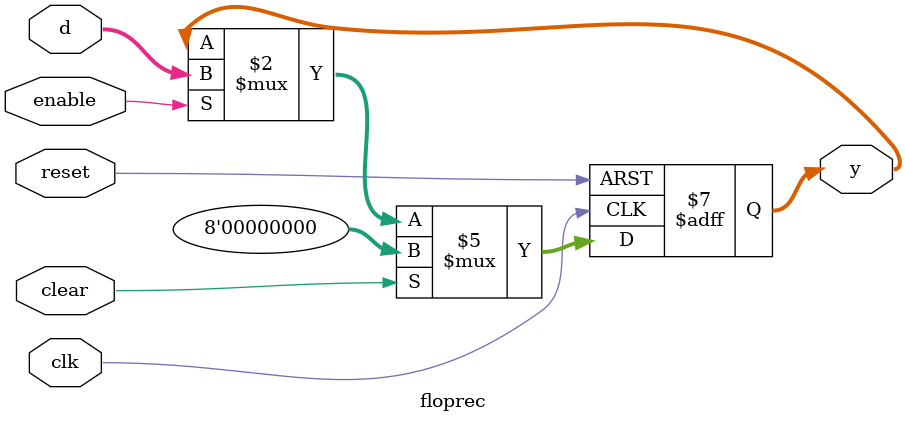
<source format=sv>
`timescale 1ns / 1ps
module floprec #(parameter W = 8)(
    input clk, reset, enable, clear,
    input [W - 1 : 0] d,
    output reg [W - 1 : 0] y
    );
    always@(posedge clk, posedge reset) begin
        if(reset) y <= #1 0;
        else if(clear) y <= #1 0;
        else if(enable) y <= #1 d;
    end
endmodule

</source>
